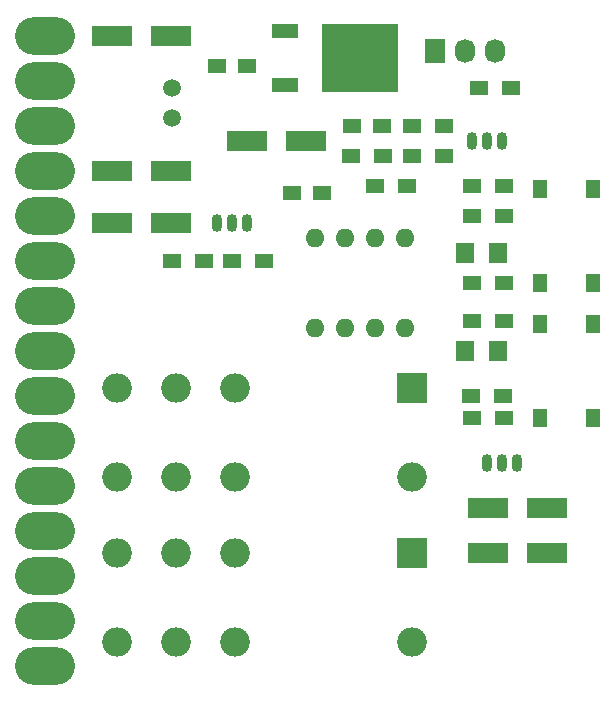
<source format=gts>
G04 #@! TF.GenerationSoftware,KiCad,Pcbnew,(2017-08-02 revision 9760937)-master*
G04 #@! TF.CreationDate,2017-09-16T10:46:18-07:00*
G04 #@! TF.ProjectId,RCSMCtrl,5243534D4374726C2E6B696361645F70,NC*
G04 #@! TF.SameCoordinates,Original*
G04 #@! TF.FileFunction,Soldermask,Top*
G04 #@! TF.FilePolarity,Negative*
%FSLAX46Y46*%
G04 Gerber Fmt 4.6, Leading zero omitted, Abs format (unit mm)*
G04 Created by KiCad (PCBNEW (2017-08-02 revision 9760937)-master) date Saturday, September 16, 2017 'AMt' 10:46:18 AM*
%MOMM*%
%LPD*%
G01*
G04 APERTURE LIST*
%ADD10R,2.500000X2.500000*%
%ADD11O,2.500000X2.500000*%
%ADD12O,5.080000X3.175000*%
%ADD13R,1.500000X1.250000*%
%ADD14C,1.501140*%
%ADD15R,3.500120X1.800860*%
%ADD16R,1.597660X1.800860*%
%ADD17O,1.600000X1.600000*%
%ADD18R,1.727200X2.032000*%
%ADD19O,1.727200X2.032000*%
%ADD20O,0.899160X1.501140*%
%ADD21R,1.500000X1.300000*%
%ADD22R,1.300000X1.550000*%
%ADD23R,6.400000X5.800000*%
%ADD24R,2.200000X1.200000*%
G04 APERTURE END LIST*
D10*
X132080000Y-81280000D03*
D11*
X117080000Y-81280000D03*
X112080000Y-81280000D03*
X107080000Y-81280000D03*
X107080000Y-88780000D03*
X112080000Y-88780000D03*
X117080000Y-88780000D03*
X132080000Y-88780000D03*
D12*
X100965000Y-51435000D03*
X100965000Y-55245000D03*
X100965000Y-59055000D03*
X100965000Y-62865000D03*
X100965000Y-66675000D03*
X100965000Y-70485000D03*
X100965000Y-74295000D03*
X100965000Y-78105000D03*
X100965000Y-81915000D03*
X100965000Y-85725000D03*
X100965000Y-89535000D03*
X100965000Y-93345000D03*
X100965000Y-97155000D03*
X100965000Y-100965000D03*
X100965000Y-104775000D03*
D13*
X129520000Y-59055000D03*
X127020000Y-59055000D03*
D14*
X111760000Y-58420000D03*
X111760000Y-55880000D03*
D13*
X118090000Y-53975000D03*
X115590000Y-53975000D03*
X121940000Y-64770000D03*
X124440000Y-64770000D03*
D15*
X138470640Y-91440000D03*
X143469360Y-91440000D03*
X138470640Y-95250000D03*
X143469360Y-95250000D03*
X118110000Y-60325000D03*
X123108720Y-60325000D03*
X111678720Y-51435000D03*
X106680000Y-51435000D03*
D16*
X139364720Y-69850000D03*
X136525000Y-69850000D03*
X139364720Y-78105000D03*
X136525000Y-78105000D03*
D15*
X106680000Y-62865000D03*
X111678720Y-62865000D03*
X106680000Y-67310000D03*
X111678720Y-67310000D03*
D17*
X123825000Y-76200000D03*
X126365000Y-76200000D03*
X128905000Y-76200000D03*
X131445000Y-76200000D03*
X131445000Y-68580000D03*
X128905000Y-68580000D03*
X126365000Y-68580000D03*
X123825000Y-68580000D03*
D18*
X133985000Y-52705000D03*
D19*
X136525000Y-52705000D03*
X139065000Y-52705000D03*
D20*
X139700000Y-87630000D03*
X140970000Y-87630000D03*
X138430000Y-87630000D03*
X138430000Y-60325000D03*
X139700000Y-60325000D03*
X137160000Y-60325000D03*
X116840000Y-67310000D03*
X118110000Y-67310000D03*
X115570000Y-67310000D03*
D21*
X139860000Y-83820000D03*
X137160000Y-83820000D03*
X129620000Y-61595000D03*
X126920000Y-61595000D03*
X137080000Y-81915000D03*
X139780000Y-81915000D03*
X134780000Y-61595000D03*
X132080000Y-61595000D03*
X132080000Y-59055000D03*
X134780000Y-59055000D03*
X140415000Y-55880000D03*
X137715000Y-55880000D03*
X137160000Y-64135000D03*
X139860000Y-64135000D03*
X137160000Y-66675000D03*
X139860000Y-66675000D03*
X137160000Y-72390000D03*
X139860000Y-72390000D03*
X137160000Y-75565000D03*
X139860000Y-75565000D03*
X131605000Y-64135000D03*
X128905000Y-64135000D03*
X114460000Y-70485000D03*
X111760000Y-70485000D03*
X119540000Y-70485000D03*
X116840000Y-70485000D03*
D22*
X147375000Y-72390000D03*
X142875000Y-72390000D03*
X142875000Y-64440000D03*
X147375000Y-64440000D03*
X147375000Y-83820000D03*
X142875000Y-83820000D03*
X142875000Y-75870000D03*
X147375000Y-75870000D03*
D11*
X132080000Y-102750000D03*
X117080000Y-102750000D03*
X112080000Y-102750000D03*
X107080000Y-102750000D03*
X107080000Y-95250000D03*
X112080000Y-95250000D03*
X117080000Y-95250000D03*
D10*
X132080000Y-95250000D03*
D23*
X127635000Y-53340000D03*
D24*
X121335000Y-55620000D03*
X121335000Y-51060000D03*
M02*

</source>
